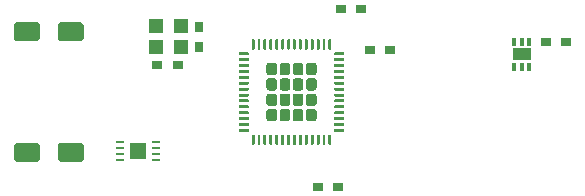
<source format=gtp>
G04 #@! TF.GenerationSoftware,KiCad,Pcbnew,5.1.6*
G04 #@! TF.CreationDate,2020-07-10T23:15:47+01:00*
G04 #@! TF.ProjectId,CY7CBreakout,43593743-4272-4656-916b-6f75742e6b69,rev?*
G04 #@! TF.SameCoordinates,PX7270e00PY7270e00*
G04 #@! TF.FileFunction,Paste,Top*
G04 #@! TF.FilePolarity,Positive*
%FSLAX46Y46*%
G04 Gerber Fmt 4.6, Leading zero omitted, Abs format (unit mm)*
G04 Created by KiCad (PCBNEW 5.1.6) date 2020-07-10 23:15:47*
%MOMM*%
%LPD*%
G01*
G04 APERTURE LIST*
%ADD10R,0.630000X0.820000*%
%ADD11R,1.600000X1.000000*%
%ADD12R,0.350000X0.700000*%
%ADD13R,0.900000X0.800000*%
%ADD14R,1.300000X1.200000*%
%ADD15R,0.800000X0.250000*%
%ADD16R,1.400000X1.400000*%
%ADD17R,0.800000X0.900000*%
G04 APERTURE END LIST*
G04 #@! TO.C,U1*
G36*
G01*
X19525000Y17187500D02*
X19525000Y17312500D01*
G75*
G02*
X19587500Y17375000I62500J0D01*
G01*
X20337500Y17375000D01*
G75*
G02*
X20400000Y17312500I0J-62500D01*
G01*
X20400000Y17187500D01*
G75*
G02*
X20337500Y17125000I-62500J0D01*
G01*
X19587500Y17125000D01*
G75*
G02*
X19525000Y17187500I0J62500D01*
G01*
G37*
G36*
G01*
X19525000Y16687500D02*
X19525000Y16812500D01*
G75*
G02*
X19587500Y16875000I62500J0D01*
G01*
X20337500Y16875000D01*
G75*
G02*
X20400000Y16812500I0J-62500D01*
G01*
X20400000Y16687500D01*
G75*
G02*
X20337500Y16625000I-62500J0D01*
G01*
X19587500Y16625000D01*
G75*
G02*
X19525000Y16687500I0J62500D01*
G01*
G37*
G36*
G01*
X19525000Y16187500D02*
X19525000Y16312500D01*
G75*
G02*
X19587500Y16375000I62500J0D01*
G01*
X20337500Y16375000D01*
G75*
G02*
X20400000Y16312500I0J-62500D01*
G01*
X20400000Y16187500D01*
G75*
G02*
X20337500Y16125000I-62500J0D01*
G01*
X19587500Y16125000D01*
G75*
G02*
X19525000Y16187500I0J62500D01*
G01*
G37*
G36*
G01*
X19525000Y15687500D02*
X19525000Y15812500D01*
G75*
G02*
X19587500Y15875000I62500J0D01*
G01*
X20337500Y15875000D01*
G75*
G02*
X20400000Y15812500I0J-62500D01*
G01*
X20400000Y15687500D01*
G75*
G02*
X20337500Y15625000I-62500J0D01*
G01*
X19587500Y15625000D01*
G75*
G02*
X19525000Y15687500I0J62500D01*
G01*
G37*
G36*
G01*
X19525000Y15187500D02*
X19525000Y15312500D01*
G75*
G02*
X19587500Y15375000I62500J0D01*
G01*
X20337500Y15375000D01*
G75*
G02*
X20400000Y15312500I0J-62500D01*
G01*
X20400000Y15187500D01*
G75*
G02*
X20337500Y15125000I-62500J0D01*
G01*
X19587500Y15125000D01*
G75*
G02*
X19525000Y15187500I0J62500D01*
G01*
G37*
G36*
G01*
X19525000Y14687500D02*
X19525000Y14812500D01*
G75*
G02*
X19587500Y14875000I62500J0D01*
G01*
X20337500Y14875000D01*
G75*
G02*
X20400000Y14812500I0J-62500D01*
G01*
X20400000Y14687500D01*
G75*
G02*
X20337500Y14625000I-62500J0D01*
G01*
X19587500Y14625000D01*
G75*
G02*
X19525000Y14687500I0J62500D01*
G01*
G37*
G36*
G01*
X19525000Y14187500D02*
X19525000Y14312500D01*
G75*
G02*
X19587500Y14375000I62500J0D01*
G01*
X20337500Y14375000D01*
G75*
G02*
X20400000Y14312500I0J-62500D01*
G01*
X20400000Y14187500D01*
G75*
G02*
X20337500Y14125000I-62500J0D01*
G01*
X19587500Y14125000D01*
G75*
G02*
X19525000Y14187500I0J62500D01*
G01*
G37*
G36*
G01*
X19525000Y13687500D02*
X19525000Y13812500D01*
G75*
G02*
X19587500Y13875000I62500J0D01*
G01*
X20337500Y13875000D01*
G75*
G02*
X20400000Y13812500I0J-62500D01*
G01*
X20400000Y13687500D01*
G75*
G02*
X20337500Y13625000I-62500J0D01*
G01*
X19587500Y13625000D01*
G75*
G02*
X19525000Y13687500I0J62500D01*
G01*
G37*
G36*
G01*
X19525000Y13187500D02*
X19525000Y13312500D01*
G75*
G02*
X19587500Y13375000I62500J0D01*
G01*
X20337500Y13375000D01*
G75*
G02*
X20400000Y13312500I0J-62500D01*
G01*
X20400000Y13187500D01*
G75*
G02*
X20337500Y13125000I-62500J0D01*
G01*
X19587500Y13125000D01*
G75*
G02*
X19525000Y13187500I0J62500D01*
G01*
G37*
G36*
G01*
X19525000Y12687500D02*
X19525000Y12812500D01*
G75*
G02*
X19587500Y12875000I62500J0D01*
G01*
X20337500Y12875000D01*
G75*
G02*
X20400000Y12812500I0J-62500D01*
G01*
X20400000Y12687500D01*
G75*
G02*
X20337500Y12625000I-62500J0D01*
G01*
X19587500Y12625000D01*
G75*
G02*
X19525000Y12687500I0J62500D01*
G01*
G37*
G36*
G01*
X19525000Y12187500D02*
X19525000Y12312500D01*
G75*
G02*
X19587500Y12375000I62500J0D01*
G01*
X20337500Y12375000D01*
G75*
G02*
X20400000Y12312500I0J-62500D01*
G01*
X20400000Y12187500D01*
G75*
G02*
X20337500Y12125000I-62500J0D01*
G01*
X19587500Y12125000D01*
G75*
G02*
X19525000Y12187500I0J62500D01*
G01*
G37*
G36*
G01*
X19525000Y11687500D02*
X19525000Y11812500D01*
G75*
G02*
X19587500Y11875000I62500J0D01*
G01*
X20337500Y11875000D01*
G75*
G02*
X20400000Y11812500I0J-62500D01*
G01*
X20400000Y11687500D01*
G75*
G02*
X20337500Y11625000I-62500J0D01*
G01*
X19587500Y11625000D01*
G75*
G02*
X19525000Y11687500I0J62500D01*
G01*
G37*
G36*
G01*
X19525000Y11187500D02*
X19525000Y11312500D01*
G75*
G02*
X19587500Y11375000I62500J0D01*
G01*
X20337500Y11375000D01*
G75*
G02*
X20400000Y11312500I0J-62500D01*
G01*
X20400000Y11187500D01*
G75*
G02*
X20337500Y11125000I-62500J0D01*
G01*
X19587500Y11125000D01*
G75*
G02*
X19525000Y11187500I0J62500D01*
G01*
G37*
G36*
G01*
X19525000Y10687500D02*
X19525000Y10812500D01*
G75*
G02*
X19587500Y10875000I62500J0D01*
G01*
X20337500Y10875000D01*
G75*
G02*
X20400000Y10812500I0J-62500D01*
G01*
X20400000Y10687500D01*
G75*
G02*
X20337500Y10625000I-62500J0D01*
G01*
X19587500Y10625000D01*
G75*
G02*
X19525000Y10687500I0J62500D01*
G01*
G37*
G36*
G01*
X20625000Y9587500D02*
X20625000Y10337500D01*
G75*
G02*
X20687500Y10400000I62500J0D01*
G01*
X20812500Y10400000D01*
G75*
G02*
X20875000Y10337500I0J-62500D01*
G01*
X20875000Y9587500D01*
G75*
G02*
X20812500Y9525000I-62500J0D01*
G01*
X20687500Y9525000D01*
G75*
G02*
X20625000Y9587500I0J62500D01*
G01*
G37*
G36*
G01*
X21125000Y9587500D02*
X21125000Y10337500D01*
G75*
G02*
X21187500Y10400000I62500J0D01*
G01*
X21312500Y10400000D01*
G75*
G02*
X21375000Y10337500I0J-62500D01*
G01*
X21375000Y9587500D01*
G75*
G02*
X21312500Y9525000I-62500J0D01*
G01*
X21187500Y9525000D01*
G75*
G02*
X21125000Y9587500I0J62500D01*
G01*
G37*
G36*
G01*
X21625000Y9587500D02*
X21625000Y10337500D01*
G75*
G02*
X21687500Y10400000I62500J0D01*
G01*
X21812500Y10400000D01*
G75*
G02*
X21875000Y10337500I0J-62500D01*
G01*
X21875000Y9587500D01*
G75*
G02*
X21812500Y9525000I-62500J0D01*
G01*
X21687500Y9525000D01*
G75*
G02*
X21625000Y9587500I0J62500D01*
G01*
G37*
G36*
G01*
X22125000Y9587500D02*
X22125000Y10337500D01*
G75*
G02*
X22187500Y10400000I62500J0D01*
G01*
X22312500Y10400000D01*
G75*
G02*
X22375000Y10337500I0J-62500D01*
G01*
X22375000Y9587500D01*
G75*
G02*
X22312500Y9525000I-62500J0D01*
G01*
X22187500Y9525000D01*
G75*
G02*
X22125000Y9587500I0J62500D01*
G01*
G37*
G36*
G01*
X22625000Y9587500D02*
X22625000Y10337500D01*
G75*
G02*
X22687500Y10400000I62500J0D01*
G01*
X22812500Y10400000D01*
G75*
G02*
X22875000Y10337500I0J-62500D01*
G01*
X22875000Y9587500D01*
G75*
G02*
X22812500Y9525000I-62500J0D01*
G01*
X22687500Y9525000D01*
G75*
G02*
X22625000Y9587500I0J62500D01*
G01*
G37*
G36*
G01*
X23125000Y9587500D02*
X23125000Y10337500D01*
G75*
G02*
X23187500Y10400000I62500J0D01*
G01*
X23312500Y10400000D01*
G75*
G02*
X23375000Y10337500I0J-62500D01*
G01*
X23375000Y9587500D01*
G75*
G02*
X23312500Y9525000I-62500J0D01*
G01*
X23187500Y9525000D01*
G75*
G02*
X23125000Y9587500I0J62500D01*
G01*
G37*
G36*
G01*
X23625000Y9587500D02*
X23625000Y10337500D01*
G75*
G02*
X23687500Y10400000I62500J0D01*
G01*
X23812500Y10400000D01*
G75*
G02*
X23875000Y10337500I0J-62500D01*
G01*
X23875000Y9587500D01*
G75*
G02*
X23812500Y9525000I-62500J0D01*
G01*
X23687500Y9525000D01*
G75*
G02*
X23625000Y9587500I0J62500D01*
G01*
G37*
G36*
G01*
X24125000Y9587500D02*
X24125000Y10337500D01*
G75*
G02*
X24187500Y10400000I62500J0D01*
G01*
X24312500Y10400000D01*
G75*
G02*
X24375000Y10337500I0J-62500D01*
G01*
X24375000Y9587500D01*
G75*
G02*
X24312500Y9525000I-62500J0D01*
G01*
X24187500Y9525000D01*
G75*
G02*
X24125000Y9587500I0J62500D01*
G01*
G37*
G36*
G01*
X24625000Y9587500D02*
X24625000Y10337500D01*
G75*
G02*
X24687500Y10400000I62500J0D01*
G01*
X24812500Y10400000D01*
G75*
G02*
X24875000Y10337500I0J-62500D01*
G01*
X24875000Y9587500D01*
G75*
G02*
X24812500Y9525000I-62500J0D01*
G01*
X24687500Y9525000D01*
G75*
G02*
X24625000Y9587500I0J62500D01*
G01*
G37*
G36*
G01*
X25125000Y9587500D02*
X25125000Y10337500D01*
G75*
G02*
X25187500Y10400000I62500J0D01*
G01*
X25312500Y10400000D01*
G75*
G02*
X25375000Y10337500I0J-62500D01*
G01*
X25375000Y9587500D01*
G75*
G02*
X25312500Y9525000I-62500J0D01*
G01*
X25187500Y9525000D01*
G75*
G02*
X25125000Y9587500I0J62500D01*
G01*
G37*
G36*
G01*
X25625000Y9587500D02*
X25625000Y10337500D01*
G75*
G02*
X25687500Y10400000I62500J0D01*
G01*
X25812500Y10400000D01*
G75*
G02*
X25875000Y10337500I0J-62500D01*
G01*
X25875000Y9587500D01*
G75*
G02*
X25812500Y9525000I-62500J0D01*
G01*
X25687500Y9525000D01*
G75*
G02*
X25625000Y9587500I0J62500D01*
G01*
G37*
G36*
G01*
X26125000Y9587500D02*
X26125000Y10337500D01*
G75*
G02*
X26187500Y10400000I62500J0D01*
G01*
X26312500Y10400000D01*
G75*
G02*
X26375000Y10337500I0J-62500D01*
G01*
X26375000Y9587500D01*
G75*
G02*
X26312500Y9525000I-62500J0D01*
G01*
X26187500Y9525000D01*
G75*
G02*
X26125000Y9587500I0J62500D01*
G01*
G37*
G36*
G01*
X26625000Y9587500D02*
X26625000Y10337500D01*
G75*
G02*
X26687500Y10400000I62500J0D01*
G01*
X26812500Y10400000D01*
G75*
G02*
X26875000Y10337500I0J-62500D01*
G01*
X26875000Y9587500D01*
G75*
G02*
X26812500Y9525000I-62500J0D01*
G01*
X26687500Y9525000D01*
G75*
G02*
X26625000Y9587500I0J62500D01*
G01*
G37*
G36*
G01*
X27125000Y9587500D02*
X27125000Y10337500D01*
G75*
G02*
X27187500Y10400000I62500J0D01*
G01*
X27312500Y10400000D01*
G75*
G02*
X27375000Y10337500I0J-62500D01*
G01*
X27375000Y9587500D01*
G75*
G02*
X27312500Y9525000I-62500J0D01*
G01*
X27187500Y9525000D01*
G75*
G02*
X27125000Y9587500I0J62500D01*
G01*
G37*
G36*
G01*
X27600000Y10687500D02*
X27600000Y10812500D01*
G75*
G02*
X27662500Y10875000I62500J0D01*
G01*
X28412500Y10875000D01*
G75*
G02*
X28475000Y10812500I0J-62500D01*
G01*
X28475000Y10687500D01*
G75*
G02*
X28412500Y10625000I-62500J0D01*
G01*
X27662500Y10625000D01*
G75*
G02*
X27600000Y10687500I0J62500D01*
G01*
G37*
G36*
G01*
X27600000Y11187500D02*
X27600000Y11312500D01*
G75*
G02*
X27662500Y11375000I62500J0D01*
G01*
X28412500Y11375000D01*
G75*
G02*
X28475000Y11312500I0J-62500D01*
G01*
X28475000Y11187500D01*
G75*
G02*
X28412500Y11125000I-62500J0D01*
G01*
X27662500Y11125000D01*
G75*
G02*
X27600000Y11187500I0J62500D01*
G01*
G37*
G36*
G01*
X27600000Y11687500D02*
X27600000Y11812500D01*
G75*
G02*
X27662500Y11875000I62500J0D01*
G01*
X28412500Y11875000D01*
G75*
G02*
X28475000Y11812500I0J-62500D01*
G01*
X28475000Y11687500D01*
G75*
G02*
X28412500Y11625000I-62500J0D01*
G01*
X27662500Y11625000D01*
G75*
G02*
X27600000Y11687500I0J62500D01*
G01*
G37*
G36*
G01*
X27600000Y12187500D02*
X27600000Y12312500D01*
G75*
G02*
X27662500Y12375000I62500J0D01*
G01*
X28412500Y12375000D01*
G75*
G02*
X28475000Y12312500I0J-62500D01*
G01*
X28475000Y12187500D01*
G75*
G02*
X28412500Y12125000I-62500J0D01*
G01*
X27662500Y12125000D01*
G75*
G02*
X27600000Y12187500I0J62500D01*
G01*
G37*
G36*
G01*
X27600000Y12687500D02*
X27600000Y12812500D01*
G75*
G02*
X27662500Y12875000I62500J0D01*
G01*
X28412500Y12875000D01*
G75*
G02*
X28475000Y12812500I0J-62500D01*
G01*
X28475000Y12687500D01*
G75*
G02*
X28412500Y12625000I-62500J0D01*
G01*
X27662500Y12625000D01*
G75*
G02*
X27600000Y12687500I0J62500D01*
G01*
G37*
G36*
G01*
X27600000Y13187500D02*
X27600000Y13312500D01*
G75*
G02*
X27662500Y13375000I62500J0D01*
G01*
X28412500Y13375000D01*
G75*
G02*
X28475000Y13312500I0J-62500D01*
G01*
X28475000Y13187500D01*
G75*
G02*
X28412500Y13125000I-62500J0D01*
G01*
X27662500Y13125000D01*
G75*
G02*
X27600000Y13187500I0J62500D01*
G01*
G37*
G36*
G01*
X27600000Y13687500D02*
X27600000Y13812500D01*
G75*
G02*
X27662500Y13875000I62500J0D01*
G01*
X28412500Y13875000D01*
G75*
G02*
X28475000Y13812500I0J-62500D01*
G01*
X28475000Y13687500D01*
G75*
G02*
X28412500Y13625000I-62500J0D01*
G01*
X27662500Y13625000D01*
G75*
G02*
X27600000Y13687500I0J62500D01*
G01*
G37*
G36*
G01*
X27600000Y14187500D02*
X27600000Y14312500D01*
G75*
G02*
X27662500Y14375000I62500J0D01*
G01*
X28412500Y14375000D01*
G75*
G02*
X28475000Y14312500I0J-62500D01*
G01*
X28475000Y14187500D01*
G75*
G02*
X28412500Y14125000I-62500J0D01*
G01*
X27662500Y14125000D01*
G75*
G02*
X27600000Y14187500I0J62500D01*
G01*
G37*
G36*
G01*
X27600000Y14687500D02*
X27600000Y14812500D01*
G75*
G02*
X27662500Y14875000I62500J0D01*
G01*
X28412500Y14875000D01*
G75*
G02*
X28475000Y14812500I0J-62500D01*
G01*
X28475000Y14687500D01*
G75*
G02*
X28412500Y14625000I-62500J0D01*
G01*
X27662500Y14625000D01*
G75*
G02*
X27600000Y14687500I0J62500D01*
G01*
G37*
G36*
G01*
X27600000Y15187500D02*
X27600000Y15312500D01*
G75*
G02*
X27662500Y15375000I62500J0D01*
G01*
X28412500Y15375000D01*
G75*
G02*
X28475000Y15312500I0J-62500D01*
G01*
X28475000Y15187500D01*
G75*
G02*
X28412500Y15125000I-62500J0D01*
G01*
X27662500Y15125000D01*
G75*
G02*
X27600000Y15187500I0J62500D01*
G01*
G37*
G36*
G01*
X27600000Y15687500D02*
X27600000Y15812500D01*
G75*
G02*
X27662500Y15875000I62500J0D01*
G01*
X28412500Y15875000D01*
G75*
G02*
X28475000Y15812500I0J-62500D01*
G01*
X28475000Y15687500D01*
G75*
G02*
X28412500Y15625000I-62500J0D01*
G01*
X27662500Y15625000D01*
G75*
G02*
X27600000Y15687500I0J62500D01*
G01*
G37*
G36*
G01*
X27600000Y16187500D02*
X27600000Y16312500D01*
G75*
G02*
X27662500Y16375000I62500J0D01*
G01*
X28412500Y16375000D01*
G75*
G02*
X28475000Y16312500I0J-62500D01*
G01*
X28475000Y16187500D01*
G75*
G02*
X28412500Y16125000I-62500J0D01*
G01*
X27662500Y16125000D01*
G75*
G02*
X27600000Y16187500I0J62500D01*
G01*
G37*
G36*
G01*
X27600000Y16687500D02*
X27600000Y16812500D01*
G75*
G02*
X27662500Y16875000I62500J0D01*
G01*
X28412500Y16875000D01*
G75*
G02*
X28475000Y16812500I0J-62500D01*
G01*
X28475000Y16687500D01*
G75*
G02*
X28412500Y16625000I-62500J0D01*
G01*
X27662500Y16625000D01*
G75*
G02*
X27600000Y16687500I0J62500D01*
G01*
G37*
G36*
G01*
X27600000Y17187500D02*
X27600000Y17312500D01*
G75*
G02*
X27662500Y17375000I62500J0D01*
G01*
X28412500Y17375000D01*
G75*
G02*
X28475000Y17312500I0J-62500D01*
G01*
X28475000Y17187500D01*
G75*
G02*
X28412500Y17125000I-62500J0D01*
G01*
X27662500Y17125000D01*
G75*
G02*
X27600000Y17187500I0J62500D01*
G01*
G37*
G36*
G01*
X27125000Y17662500D02*
X27125000Y18412500D01*
G75*
G02*
X27187500Y18475000I62500J0D01*
G01*
X27312500Y18475000D01*
G75*
G02*
X27375000Y18412500I0J-62500D01*
G01*
X27375000Y17662500D01*
G75*
G02*
X27312500Y17600000I-62500J0D01*
G01*
X27187500Y17600000D01*
G75*
G02*
X27125000Y17662500I0J62500D01*
G01*
G37*
G36*
G01*
X26625000Y17662500D02*
X26625000Y18412500D01*
G75*
G02*
X26687500Y18475000I62500J0D01*
G01*
X26812500Y18475000D01*
G75*
G02*
X26875000Y18412500I0J-62500D01*
G01*
X26875000Y17662500D01*
G75*
G02*
X26812500Y17600000I-62500J0D01*
G01*
X26687500Y17600000D01*
G75*
G02*
X26625000Y17662500I0J62500D01*
G01*
G37*
G36*
G01*
X26125000Y17662500D02*
X26125000Y18412500D01*
G75*
G02*
X26187500Y18475000I62500J0D01*
G01*
X26312500Y18475000D01*
G75*
G02*
X26375000Y18412500I0J-62500D01*
G01*
X26375000Y17662500D01*
G75*
G02*
X26312500Y17600000I-62500J0D01*
G01*
X26187500Y17600000D01*
G75*
G02*
X26125000Y17662500I0J62500D01*
G01*
G37*
G36*
G01*
X25625000Y17662500D02*
X25625000Y18412500D01*
G75*
G02*
X25687500Y18475000I62500J0D01*
G01*
X25812500Y18475000D01*
G75*
G02*
X25875000Y18412500I0J-62500D01*
G01*
X25875000Y17662500D01*
G75*
G02*
X25812500Y17600000I-62500J0D01*
G01*
X25687500Y17600000D01*
G75*
G02*
X25625000Y17662500I0J62500D01*
G01*
G37*
G36*
G01*
X25125000Y17662500D02*
X25125000Y18412500D01*
G75*
G02*
X25187500Y18475000I62500J0D01*
G01*
X25312500Y18475000D01*
G75*
G02*
X25375000Y18412500I0J-62500D01*
G01*
X25375000Y17662500D01*
G75*
G02*
X25312500Y17600000I-62500J0D01*
G01*
X25187500Y17600000D01*
G75*
G02*
X25125000Y17662500I0J62500D01*
G01*
G37*
G36*
G01*
X24625000Y17662500D02*
X24625000Y18412500D01*
G75*
G02*
X24687500Y18475000I62500J0D01*
G01*
X24812500Y18475000D01*
G75*
G02*
X24875000Y18412500I0J-62500D01*
G01*
X24875000Y17662500D01*
G75*
G02*
X24812500Y17600000I-62500J0D01*
G01*
X24687500Y17600000D01*
G75*
G02*
X24625000Y17662500I0J62500D01*
G01*
G37*
G36*
G01*
X24125000Y17662500D02*
X24125000Y18412500D01*
G75*
G02*
X24187500Y18475000I62500J0D01*
G01*
X24312500Y18475000D01*
G75*
G02*
X24375000Y18412500I0J-62500D01*
G01*
X24375000Y17662500D01*
G75*
G02*
X24312500Y17600000I-62500J0D01*
G01*
X24187500Y17600000D01*
G75*
G02*
X24125000Y17662500I0J62500D01*
G01*
G37*
G36*
G01*
X23625000Y17662500D02*
X23625000Y18412500D01*
G75*
G02*
X23687500Y18475000I62500J0D01*
G01*
X23812500Y18475000D01*
G75*
G02*
X23875000Y18412500I0J-62500D01*
G01*
X23875000Y17662500D01*
G75*
G02*
X23812500Y17600000I-62500J0D01*
G01*
X23687500Y17600000D01*
G75*
G02*
X23625000Y17662500I0J62500D01*
G01*
G37*
G36*
G01*
X23125000Y17662500D02*
X23125000Y18412500D01*
G75*
G02*
X23187500Y18475000I62500J0D01*
G01*
X23312500Y18475000D01*
G75*
G02*
X23375000Y18412500I0J-62500D01*
G01*
X23375000Y17662500D01*
G75*
G02*
X23312500Y17600000I-62500J0D01*
G01*
X23187500Y17600000D01*
G75*
G02*
X23125000Y17662500I0J62500D01*
G01*
G37*
G36*
G01*
X22625000Y17662500D02*
X22625000Y18412500D01*
G75*
G02*
X22687500Y18475000I62500J0D01*
G01*
X22812500Y18475000D01*
G75*
G02*
X22875000Y18412500I0J-62500D01*
G01*
X22875000Y17662500D01*
G75*
G02*
X22812500Y17600000I-62500J0D01*
G01*
X22687500Y17600000D01*
G75*
G02*
X22625000Y17662500I0J62500D01*
G01*
G37*
G36*
G01*
X22125000Y17662500D02*
X22125000Y18412500D01*
G75*
G02*
X22187500Y18475000I62500J0D01*
G01*
X22312500Y18475000D01*
G75*
G02*
X22375000Y18412500I0J-62500D01*
G01*
X22375000Y17662500D01*
G75*
G02*
X22312500Y17600000I-62500J0D01*
G01*
X22187500Y17600000D01*
G75*
G02*
X22125000Y17662500I0J62500D01*
G01*
G37*
G36*
G01*
X21625000Y17662500D02*
X21625000Y18412500D01*
G75*
G02*
X21687500Y18475000I62500J0D01*
G01*
X21812500Y18475000D01*
G75*
G02*
X21875000Y18412500I0J-62500D01*
G01*
X21875000Y17662500D01*
G75*
G02*
X21812500Y17600000I-62500J0D01*
G01*
X21687500Y17600000D01*
G75*
G02*
X21625000Y17662500I0J62500D01*
G01*
G37*
G36*
G01*
X21125000Y17662500D02*
X21125000Y18412500D01*
G75*
G02*
X21187500Y18475000I62500J0D01*
G01*
X21312500Y18475000D01*
G75*
G02*
X21375000Y18412500I0J-62500D01*
G01*
X21375000Y17662500D01*
G75*
G02*
X21312500Y17600000I-62500J0D01*
G01*
X21187500Y17600000D01*
G75*
G02*
X21125000Y17662500I0J62500D01*
G01*
G37*
G36*
G01*
X20625000Y17662500D02*
X20625000Y18412500D01*
G75*
G02*
X20687500Y18475000I62500J0D01*
G01*
X20812500Y18475000D01*
G75*
G02*
X20875000Y18412500I0J-62500D01*
G01*
X20875000Y17662500D01*
G75*
G02*
X20812500Y17600000I-62500J0D01*
G01*
X20687500Y17600000D01*
G75*
G02*
X20625000Y17662500I0J62500D01*
G01*
G37*
G36*
G01*
X21865000Y15652500D02*
X21865000Y16247500D01*
G75*
G02*
X22092500Y16475000I227500J0D01*
G01*
X22547500Y16475000D01*
G75*
G02*
X22775000Y16247500I0J-227500D01*
G01*
X22775000Y15652500D01*
G75*
G02*
X22547500Y15425000I-227500J0D01*
G01*
X22092500Y15425000D01*
G75*
G02*
X21865000Y15652500I0J227500D01*
G01*
G37*
G36*
G01*
X21865000Y14352500D02*
X21865000Y14947500D01*
G75*
G02*
X22092500Y15175000I227500J0D01*
G01*
X22547500Y15175000D01*
G75*
G02*
X22775000Y14947500I0J-227500D01*
G01*
X22775000Y14352500D01*
G75*
G02*
X22547500Y14125000I-227500J0D01*
G01*
X22092500Y14125000D01*
G75*
G02*
X21865000Y14352500I0J227500D01*
G01*
G37*
G36*
G01*
X21865000Y13052500D02*
X21865000Y13647500D01*
G75*
G02*
X22092500Y13875000I227500J0D01*
G01*
X22547500Y13875000D01*
G75*
G02*
X22775000Y13647500I0J-227500D01*
G01*
X22775000Y13052500D01*
G75*
G02*
X22547500Y12825000I-227500J0D01*
G01*
X22092500Y12825000D01*
G75*
G02*
X21865000Y13052500I0J227500D01*
G01*
G37*
G36*
G01*
X21865000Y11752500D02*
X21865000Y12347500D01*
G75*
G02*
X22092500Y12575000I227500J0D01*
G01*
X22547500Y12575000D01*
G75*
G02*
X22775000Y12347500I0J-227500D01*
G01*
X22775000Y11752500D01*
G75*
G02*
X22547500Y11525000I-227500J0D01*
G01*
X22092500Y11525000D01*
G75*
G02*
X21865000Y11752500I0J227500D01*
G01*
G37*
G36*
G01*
X22985000Y15652500D02*
X22985000Y16247500D01*
G75*
G02*
X23212500Y16475000I227500J0D01*
G01*
X23667500Y16475000D01*
G75*
G02*
X23895000Y16247500I0J-227500D01*
G01*
X23895000Y15652500D01*
G75*
G02*
X23667500Y15425000I-227500J0D01*
G01*
X23212500Y15425000D01*
G75*
G02*
X22985000Y15652500I0J227500D01*
G01*
G37*
G36*
G01*
X22985000Y14352500D02*
X22985000Y14947500D01*
G75*
G02*
X23212500Y15175000I227500J0D01*
G01*
X23667500Y15175000D01*
G75*
G02*
X23895000Y14947500I0J-227500D01*
G01*
X23895000Y14352500D01*
G75*
G02*
X23667500Y14125000I-227500J0D01*
G01*
X23212500Y14125000D01*
G75*
G02*
X22985000Y14352500I0J227500D01*
G01*
G37*
G36*
G01*
X22985000Y13052500D02*
X22985000Y13647500D01*
G75*
G02*
X23212500Y13875000I227500J0D01*
G01*
X23667500Y13875000D01*
G75*
G02*
X23895000Y13647500I0J-227500D01*
G01*
X23895000Y13052500D01*
G75*
G02*
X23667500Y12825000I-227500J0D01*
G01*
X23212500Y12825000D01*
G75*
G02*
X22985000Y13052500I0J227500D01*
G01*
G37*
G36*
G01*
X22985000Y11752500D02*
X22985000Y12347500D01*
G75*
G02*
X23212500Y12575000I227500J0D01*
G01*
X23667500Y12575000D01*
G75*
G02*
X23895000Y12347500I0J-227500D01*
G01*
X23895000Y11752500D01*
G75*
G02*
X23667500Y11525000I-227500J0D01*
G01*
X23212500Y11525000D01*
G75*
G02*
X22985000Y11752500I0J227500D01*
G01*
G37*
G36*
G01*
X24105000Y15652500D02*
X24105000Y16247500D01*
G75*
G02*
X24332500Y16475000I227500J0D01*
G01*
X24787500Y16475000D01*
G75*
G02*
X25015000Y16247500I0J-227500D01*
G01*
X25015000Y15652500D01*
G75*
G02*
X24787500Y15425000I-227500J0D01*
G01*
X24332500Y15425000D01*
G75*
G02*
X24105000Y15652500I0J227500D01*
G01*
G37*
G36*
G01*
X24105000Y14352500D02*
X24105000Y14947500D01*
G75*
G02*
X24332500Y15175000I227500J0D01*
G01*
X24787500Y15175000D01*
G75*
G02*
X25015000Y14947500I0J-227500D01*
G01*
X25015000Y14352500D01*
G75*
G02*
X24787500Y14125000I-227500J0D01*
G01*
X24332500Y14125000D01*
G75*
G02*
X24105000Y14352500I0J227500D01*
G01*
G37*
G36*
G01*
X24105000Y13052500D02*
X24105000Y13647500D01*
G75*
G02*
X24332500Y13875000I227500J0D01*
G01*
X24787500Y13875000D01*
G75*
G02*
X25015000Y13647500I0J-227500D01*
G01*
X25015000Y13052500D01*
G75*
G02*
X24787500Y12825000I-227500J0D01*
G01*
X24332500Y12825000D01*
G75*
G02*
X24105000Y13052500I0J227500D01*
G01*
G37*
G36*
G01*
X24105000Y11752500D02*
X24105000Y12347500D01*
G75*
G02*
X24332500Y12575000I227500J0D01*
G01*
X24787500Y12575000D01*
G75*
G02*
X25015000Y12347500I0J-227500D01*
G01*
X25015000Y11752500D01*
G75*
G02*
X24787500Y11525000I-227500J0D01*
G01*
X24332500Y11525000D01*
G75*
G02*
X24105000Y11752500I0J227500D01*
G01*
G37*
G36*
G01*
X25225000Y15652500D02*
X25225000Y16247500D01*
G75*
G02*
X25452500Y16475000I227500J0D01*
G01*
X25907500Y16475000D01*
G75*
G02*
X26135000Y16247500I0J-227500D01*
G01*
X26135000Y15652500D01*
G75*
G02*
X25907500Y15425000I-227500J0D01*
G01*
X25452500Y15425000D01*
G75*
G02*
X25225000Y15652500I0J227500D01*
G01*
G37*
G36*
G01*
X25225000Y14352500D02*
X25225000Y14947500D01*
G75*
G02*
X25452500Y15175000I227500J0D01*
G01*
X25907500Y15175000D01*
G75*
G02*
X26135000Y14947500I0J-227500D01*
G01*
X26135000Y14352500D01*
G75*
G02*
X25907500Y14125000I-227500J0D01*
G01*
X25452500Y14125000D01*
G75*
G02*
X25225000Y14352500I0J227500D01*
G01*
G37*
G36*
G01*
X25225000Y13052500D02*
X25225000Y13647500D01*
G75*
G02*
X25452500Y13875000I227500J0D01*
G01*
X25907500Y13875000D01*
G75*
G02*
X26135000Y13647500I0J-227500D01*
G01*
X26135000Y13052500D01*
G75*
G02*
X25907500Y12825000I-227500J0D01*
G01*
X25452500Y12825000D01*
G75*
G02*
X25225000Y13052500I0J227500D01*
G01*
G37*
G36*
G01*
X25225000Y11752500D02*
X25225000Y12347500D01*
G75*
G02*
X25452500Y12575000I227500J0D01*
G01*
X25907500Y12575000D01*
G75*
G02*
X26135000Y12347500I0J-227500D01*
G01*
X26135000Y11752500D01*
G75*
G02*
X25907500Y11525000I-227500J0D01*
G01*
X25452500Y11525000D01*
G75*
G02*
X25225000Y11752500I0J227500D01*
G01*
G37*
G04 #@! TD*
G04 #@! TO.C,JP1*
G36*
G01*
X2500000Y18300000D02*
X700000Y18300000D01*
G75*
G02*
X500000Y18500000I0J200000D01*
G01*
X500000Y19700000D01*
G75*
G02*
X700000Y19900000I200000J0D01*
G01*
X2500000Y19900000D01*
G75*
G02*
X2700000Y19700000I0J-200000D01*
G01*
X2700000Y18500000D01*
G75*
G02*
X2500000Y18300000I-200000J0D01*
G01*
G37*
G36*
G01*
X6200000Y18300000D02*
X4400000Y18300000D01*
G75*
G02*
X4200000Y18500000I0J200000D01*
G01*
X4200000Y19700000D01*
G75*
G02*
X4400000Y19900000I200000J0D01*
G01*
X6200000Y19900000D01*
G75*
G02*
X6400000Y19700000I0J-200000D01*
G01*
X6400000Y18500000D01*
G75*
G02*
X6200000Y18300000I-200000J0D01*
G01*
G37*
G36*
G01*
X6200000Y8100000D02*
X4400000Y8100000D01*
G75*
G02*
X4200000Y8300000I0J200000D01*
G01*
X4200000Y9500000D01*
G75*
G02*
X4400000Y9700000I200000J0D01*
G01*
X6200000Y9700000D01*
G75*
G02*
X6400000Y9500000I0J-200000D01*
G01*
X6400000Y8300000D01*
G75*
G02*
X6200000Y8100000I-200000J0D01*
G01*
G37*
G36*
G01*
X2500000Y8100000D02*
X700000Y8100000D01*
G75*
G02*
X500000Y8300000I0J200000D01*
G01*
X500000Y9500000D01*
G75*
G02*
X700000Y9700000I200000J0D01*
G01*
X2500000Y9700000D01*
G75*
G02*
X2700000Y9500000I0J-200000D01*
G01*
X2700000Y8300000D01*
G75*
G02*
X2500000Y8100000I-200000J0D01*
G01*
G37*
G04 #@! TD*
D10*
G04 #@! TO.C,U3*
X43900000Y17200000D03*
X43100000Y17200000D03*
D11*
X43500000Y17200000D03*
D12*
X42850000Y18250000D03*
X43500000Y18250000D03*
X44150000Y18250000D03*
X44150000Y16150000D03*
X43500000Y16150000D03*
X42850000Y16150000D03*
G04 #@! TD*
D13*
G04 #@! TO.C,R7*
X47250000Y18250000D03*
X45550000Y18250000D03*
G04 #@! TD*
D14*
G04 #@! TO.C,Y1*
X14650000Y19600000D03*
X14650000Y17800000D03*
X12550000Y19600000D03*
X12550000Y17800000D03*
G04 #@! TD*
D15*
G04 #@! TO.C,U2*
X12500000Y9750000D03*
X12500000Y9250000D03*
X12500000Y8750000D03*
X12500000Y8250000D03*
X9500000Y8250000D03*
X9500000Y8750000D03*
X9500000Y9250000D03*
X9500000Y9750000D03*
D16*
X11000000Y9000000D03*
G04 #@! TD*
D13*
G04 #@! TO.C,R5*
X27950000Y6000000D03*
X26250000Y6000000D03*
G04 #@! TD*
G04 #@! TO.C,R2*
X30650000Y17600000D03*
X32350000Y17600000D03*
G04 #@! TD*
G04 #@! TO.C,R1*
X28150000Y21000000D03*
X29850000Y21000000D03*
G04 #@! TD*
G04 #@! TO.C,C2*
X14350000Y16300000D03*
X12650000Y16300000D03*
G04 #@! TD*
D17*
G04 #@! TO.C,C1*
X16200000Y17850000D03*
X16200000Y19550000D03*
G04 #@! TD*
M02*

</source>
